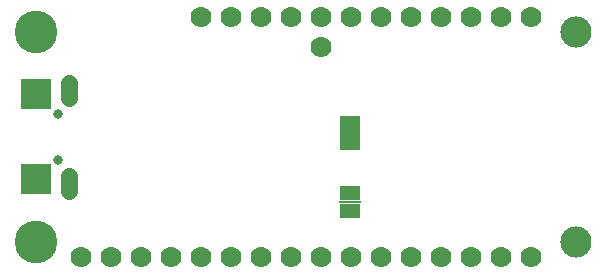
<source format=gbr>
G04 EAGLE Gerber RS-274X export*
G75*
%MOMM*%
%FSLAX34Y34*%
%LPD*%
%INSoldermask Bottom*%
%IPPOS*%
%AMOC8*
5,1,8,0,0,1.08239X$1,22.5*%
G01*
%ADD10C,2.641600*%
%ADD11C,3.617600*%
%ADD12C,0.801600*%
%ADD13R,2.601600X2.601600*%
%ADD14C,1.409600*%
%ADD15C,1.778000*%
%ADD16R,1.701800X1.270000*%
%ADD17R,1.828800X0.152400*%
%ADD18R,1.651000X2.921000*%


D10*
X482600Y203200D03*
X482600Y25400D03*
D11*
X25400Y203200D03*
X25400Y25400D03*
D12*
X44450Y133800D03*
X44450Y94800D03*
D13*
X25450Y78300D03*
X25450Y150300D03*
D14*
X53450Y147300D02*
X53450Y160380D01*
X53450Y81300D02*
X53450Y68220D01*
D15*
X444500Y12700D03*
X419100Y12700D03*
X393700Y12700D03*
X368300Y12700D03*
X342900Y12700D03*
X317500Y12700D03*
X292100Y12700D03*
X266700Y12700D03*
X241300Y12700D03*
X215900Y12700D03*
X190500Y12700D03*
X165100Y12700D03*
X139700Y12700D03*
X114300Y12700D03*
X88900Y12700D03*
X63500Y12700D03*
X165100Y215900D03*
X190500Y215900D03*
X215900Y215900D03*
X241300Y215900D03*
X266700Y215900D03*
X292100Y215900D03*
X317500Y215900D03*
X342900Y215900D03*
X368300Y215900D03*
X393700Y215900D03*
X419100Y215900D03*
X444500Y215900D03*
D16*
X291846Y51562D03*
X291846Y66802D03*
D17*
X291846Y59182D03*
D15*
X266700Y190500D03*
D18*
X291592Y117856D03*
M02*

</source>
